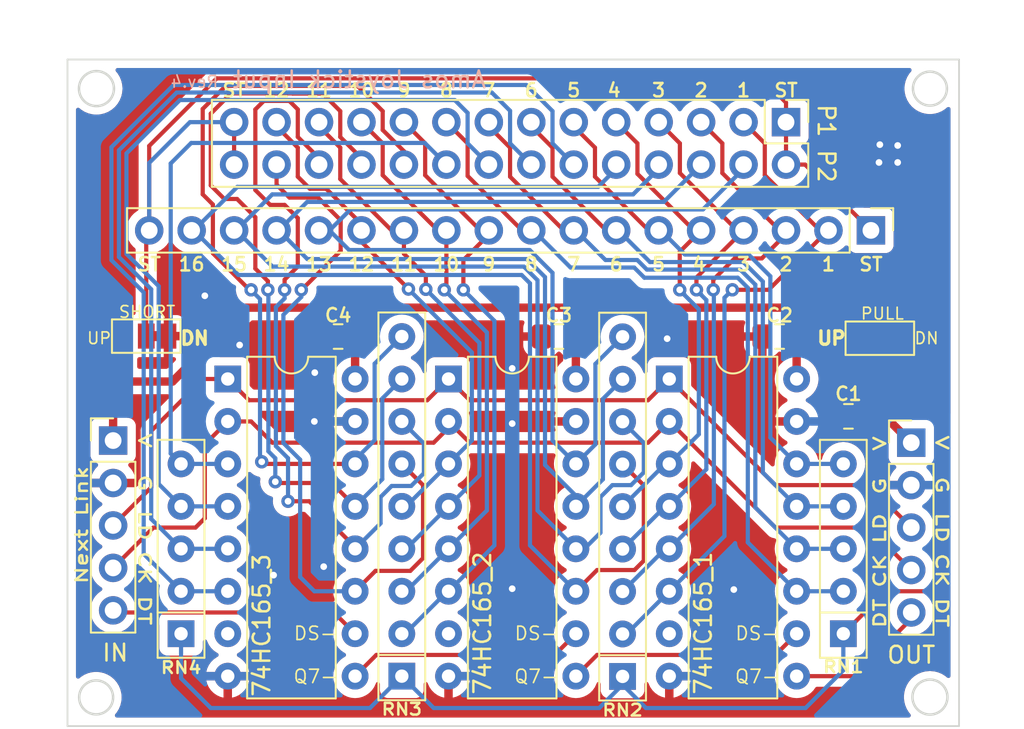
<source format=kicad_pcb>
(kicad_pcb (version 20211014) (generator pcbnew)
  (title_block (title "Joystick Input Board (2P)") (rev "4") (company "Amos Home"))
  (layers (0 "F.Cu" signal) (31 "B.Cu" signal) (34 "B.Paste" user) (35 "F.Paste" user) (36 "B.SilkS" user "B.Silkscreen") (37 "F.SilkS" user "F.Silkscreen") (38 "B.Mask" user) (39 "F.Mask" user) (44 "Edge.Cuts" user))
  (net 0 "")
  (net 1 "/PULL")
  (net 2 "VCC")
  (net 3 "GND")
  (net 4 "/D_IN")
  (net 5 "/D_OUT")
  (net 6 "/LOAD")
  (net 7 "/CLK")
  (net 8 "/C_P1_START")
  (net 9 "/C_P1_SELECT")
  (net 10 "/C_P1_A")
  (net 11 "/C_P1_B")
  (net 12 "/C_P1_UP")
  (net 13 "/C_P1_DOWN")
  (net 14 "/C_P1_LEFT")
  (net 15 "/C_P1_RIGHT")
  (net 16 "/C_P1_X")
  (net 17 "/C_P1_Y")
  (net 18 "/C_P1_L")
  (net 19 "/C_P1_R")
  (net 20 "/C_P2_START")
  (net 21 "/C_P2_SELECT")
  (net 22 "/C_P2_A")
  (net 23 "/C_P2_B")
  (net 24 "/C_P2_UP")
  (net 25 "/C_P2_DOWN")
  (net 26 "/C_P2_LEFT")
  (net 27 "/C_P2_RIGHT")
  (net 28 "/C_P2_X")
  (net 29 "/C_P2_Y")
  (net 30 "/C_P2_L")
  (net 31 "/C_P2_R")
  (net 32 "/C_SHORT")
  (net 33 "/D_OUT_2")
  (net 34 "/D_OUT_3")
  (footprint "Connector_PinHeader_2.54mm:PinHeader_2x14_P2.54mm_Vertical" (layer "F.Cu") (at 172.6946 88.3158 -90)
    (fp_text reference "J2" hide)
    (fp_text value "Conn_02x14_Odd_Even")
  )
  (footprint "Connector_PinHeader_2.54mm:PinHeader_1x05_P2.54mm_Vertical" (layer "F.Cu") (at 132.4356 107.3658)
    (fp_text reference "IN1" hide)
    (fp_text value "Conn_01x05_Male")
  )
  (footprint "Connector_PinHeader_2.54mm:PinHeader_1x18_P2.54mm_Vertical" (layer "F.Cu") (at 177.7746 94.7928 -90)
    (fp_text reference "J1" hide)
    (fp_text value "Conn_01x18")
  )
  (footprint "Package_DIP:DIP-16_W7.62mm" (layer "F.Cu") (at 165.7096 103.6828)
    (fp_text reference "74HC165_1")
    (fp_text value "74HC165")
  )
  (footprint "Package_DIP:DIP-16_W7.62mm" (layer "F.Cu") (at 152.5016 103.6828)
    (fp_text reference "74HC165_2")
    (fp_text value "74HC165")
  )
  (footprint "Capacitor_SMD:C_0805_2012Metric_Pad1.18x1.45mm_HandSolder" (layer "F.Cu") (at 159.1056 101.1428 180)
    (fp_text reference "C3")
    (fp_text value "100nF")
  )
  (footprint "Capacitor_SMD:C_0805_2012Metric_Pad1.18x1.45mm_HandSolder" (layer "F.Cu") (at 145.8976 101.1428 180)
    (fp_text reference "C4")
    (fp_text value "100nF")
  )
  (footprint "Resistor_THT:R_Array_SIP5" (layer "F.Cu") (at 176.1236 118.9228 90)
    (fp_text reference "RN1")
    (fp_text value "10K")
  )
  (footprint "Resistor_THT:R_Array_SIP5" (layer "F.Cu") (at 136.4996 118.9228 90)
    (fp_text reference "RN4")
    (fp_text value "10K")
  )
  (footprint "Resistor_THT:R_Array_SIP9" (layer "F.Cu") (at 162.9156 121.4778 90)
    (fp_text reference "RN2")
    (fp_text value "10K")
  )
  (footprint "Package_DIP:DIP-16_W7.62mm" (layer "F.Cu") (at 139.2936 103.6828)
    (fp_text reference "74HC165_3")
    (fp_text value "74HC165")
  )
  (footprint "Resistor_THT:R_Array_SIP9" (layer "F.Cu") (at 149.7076 121.4628 90)
    (fp_text reference "RN3")
    (fp_text value "10K")
  )
  (footprint "Capacitor_SMD:C_0805_2012Metric_Pad1.18x1.45mm_HandSolder" (layer "F.Cu") (at 172.3136 101.1428 180)
    (fp_text reference "C2")
    (fp_text value "100nF")
  )
  (footprint "Connector_PinHeader_2.54mm:PinHeader_1x05_P2.54mm_Vertical" (layer "F.Cu") (at 180.1876 107.4928)
    (fp_text reference "OUT1" hide)
    (fp_text value "Conn_01x05_Male")
  )
  (footprint "Jumper:SolderJumper-3_P1.3mm_Bridged12_Pad1.0x1.5mm_NumberLabels" (layer "F.Cu") (at 134.4168 101.1174 180)
    (fp_text reference "SHORT1" hide)
    (fp_text value "JUMPER")
  )
  (footprint "Jumper:SolderJumper-3_P1.3mm_Bridged12_Pad1.0x1.5mm_NumberLabels" (layer "F.Cu") (at 178.308 101.2444)
    (fp_text reference "PULL1" hide)
    (fp_text value "JUMPER")
  )
  (footprint "Capacitor_SMD:C_0805_2012Metric_Pad1.18x1.45mm_HandSolder" (layer "F.Cu") (at 176.4284 105.918 180)
    (fp_text reference "C1")
    (fp_text value "22nF")
  )
  (gr_circle (center 181.3052 86.3092) (end 182.3212 86.3092) (layer "Edge.Cuts") (width 0.15) (fill none))
  (gr_line (start 129.7051 84.5693) (end 183.0451 84.5693) (layer "Edge.Cuts") (width 0.1))
  (gr_circle (center 131.439131 86.3092) (end 132.4864 86.3092) (layer "Edge.Cuts") (width 0.15) (fill none))
  (gr_line (start 129.7051 124.4473) (end 129.7051 84.5693) (layer "Edge.Cuts") (width 0.1))
  (gr_line (start 183.0451 84.5693) (end 183.0451 124.4473) (layer "Edge.Cuts") (width 0.1))
  (gr_line (start 183.0451 124.4473) (end 129.7051 124.4473) (layer "Edge.Cuts") (width 0.1))
  (gr_circle (center 131.4196 122.7328) (end 132.4356 122.7328) (layer "Edge.Cuts") (width 0.15) (fill none))
  (gr_circle (center 181.3052 122.713269) (end 182.352469 122.713269) (layer "Edge.Cuts") (width 0.15) (fill none))
  (gr_text "Rev.4" (at 138.7856 85.9028) (layer "B.SilkS") (effects (font (size 0.7 0.7) (thickness 0.1)) (justify left mirror)))
  (gr_text "Amos Joystick Input" (at 147.1676 85.7758) (layer "B.SilkS") (effects (font (size 1 1)) (justify mirror)))
  (gr_text "DT" (at 134.3152 117.5258 270) (layer "F.SilkS") (effects (font (size 0.7 1))))
  (gr_text "ST" (at 134.5946 96.8248) (layer "F.SilkS") (effects (font (size 0.8 0.8))))
  (gr_text "DS-\n\nQ7-" (at 144.526 120.1928) (layer "F.SilkS") (effects (font (size 0.8 0.8) (thickness 0.1))))
  (gr_text "DS-\n\nQ7-" (at 170.942 120.1928) (layer "F.SilkS") (effects (font (size 0.8 0.8) (thickness 0.1))))
  (gr_text "16" (at 137.1346 96.8248) (layer "F.SilkS") (effects (font (size 0.8 0.8))))
  (gr_text "13" (at 144.7546 96.8248) (layer "F.SilkS") (effects (font (size 0.8 0.8))))
  (gr_text "10" (at 147.2946 86.4108) (layer "F.SilkS") (effects (font (size 0.8 0.8))))
  (gr_text "8" (at 152.3746 86.4108) (layer "F.SilkS") (effects (font (size 0.8 0.8))))
  (gr_text "6" (at 157.4546 86.4108) (layer "F.SilkS") (effects (font (size 0.8 0.8))))
  (gr_text "7" (at 154.9146 86.4108) (layer "F.SilkS") (effects (font (size 0.8 0.8))))
  (gr_text "9" (at 149.8346 86.4108) (layer "F.SilkS") (effects (font (size 0.8 0.8))))
  (gr_text "4" (at 162.4076 86.4108) (layer "F.SilkS") (effects (font (size 0.8 0.8))))
  (gr_text "2" (at 167.6146 86.4108) (layer "F.SilkS") (effects (font (size 0.8 0.8))))
  (gr_text "1" (at 170.1546 86.4108) (layer "F.SilkS") (effects (font (size 0.8 0.8))))
  (gr_text "5" (at 159.9946 86.4108) (layer "F.SilkS") (effects (font (size 0.8 0.8))))
  (gr_text "11" (at 144.7546 86.4108) (layer "F.SilkS") (effects (font (size 0.8 0.8))))
  (gr_text "12" (at 142.2146 86.4108) (layer "F.SilkS") (effects (font (size 0.8 0.8))))
  (gr_text "ST" (at 172.6946 86.4108) (layer "F.SilkS") (effects (font (size 0.8 0.8))))
  (gr_text "3" (at 165.0746 86.4108) (layer "F.SilkS") (effects (font (size 0.8 0.8))))
  (gr_text "ST" (at 139.6746 86.4108) (layer "F.SilkS") (effects (font (size 0.8 0.8))))
  (gr_text "7" (at 159.9946 96.8248) (layer "F.SilkS") (effects (font (size 0.8 0.8))))
  (gr_text "2" (at 172.6946 96.8248) (layer "F.SilkS") (effects (font (size 0.8 0.8))))
  (gr_text "1" (at 175.2346 96.8248) (layer "F.SilkS") (effects (font (size 0.8 0.8))))
  (gr_text "9" (at 154.9146 96.8248) (layer "F.SilkS") (effects (font (size 0.8 0.8))))
  (gr_text "11" (at 149.8346 96.8248) (layer "F.SilkS") (effects (font (size 0.8 0.8))))
  (gr_text "8" (at 157.4546 96.8248) (layer "F.SilkS") (effects (font (size 0.8 0.8))))
  (gr_text "10" (at 152.3746 96.8248) (layer "F.SilkS") (effects (font (size 0.8 0.8))))
  (gr_text "4" (at 167.4876 96.8248) (layer "F.SilkS") (effects (font (size 0.8 0.8))))
  (gr_text "12" (at 147.2946 96.8248) (layer "F.SilkS") (effects (font (size 0.8 0.8))))
  (gr_text "ST" (at 177.7746 96.8248) (layer "F.SilkS") (effects (font (size 0.8 0.8))))
  (gr_text "3" (at 170.1546 96.8248) (layer "F.SilkS") (effects (font (size 0.8 0.8))))
  (gr_text "5" (at 165.0746 96.8248) (layer "F.SilkS") (effects (font (size 0.8 0.8))))
  (gr_text "6" (at 162.5346 96.8248) (layer "F.SilkS") (effects (font (size 0.8 0.8))))
  (gr_text "LD" (at 182.0164 112.5728 270) (layer "F.SilkS") (effects (font (size 0.7 1))))
  (gr_text "G" (at 134.3152 109.9058 270) (layer "F.SilkS") (effects (font (size 0.7 1))))
  (gr_text "LD" (at 178.308 112.6236 90) (layer "F.SilkS") (effects (font (size 0.7 1))))
  (gr_text "LD" (at 134.3152 112.4458 270) (layer "F.SilkS") (effects (font (size 0.7 1))))
  (gr_text "OUT" (at 180.1876 120.1928) (layer "F.SilkS") (effects (font (size 1 1))))
  (gr_text "CK" (at 178.308 115.1636 90) (layer "F.SilkS") (effects (font (size 0.7 1))))
  (gr_text "CK" (at 134.3152 114.9858 270) (layer "F.SilkS") (effects (font (size 0.7 1))))
  (gr_text "SHORT" (at 134.4676 99.6696) (layer "F.SilkS") (effects (font (size 0.7 0.7) (thickness 0.1))))
  (gr_text "V" (at 178.308 107.5436 90) (layer "F.SilkS") (effects (font (size 0.7 1))))
  (gr_text "15" (at 139.6746 96.8248) (layer "F.SilkS") (effects (font (size 0.8 0.8))))
  (gr_text "V" (at 182.0164 107.4928 270) (layer "F.SilkS") (effects (font (size 0.7 1))))
  (gr_text "V" (at 134.3152 107.3658 270) (layer "F.SilkS") (effects (font (size 0.7 1))))
  (gr_text "Next Link" (at 130.556 112.4204 90) (layer "F.SilkS") (effects (font (size 0.7 1))))
  (gr_text "IN" (at 132.5626 120.0658) (layer "F.SilkS") (effects (font (size 1 1))))
  (gr_text "DT" (at 182.0164 117.6528 270) (layer "F.SilkS") (effects (font (size 0.7 1))))
  (gr_text "G" (at 178.308 110.0836 90) (layer "F.SilkS") (effects (font (size 0.7 1))))
  (gr_text "G" (at 182.0164 110.0328 270) (layer "F.SilkS") (effects (font (size 0.7 1))))
  (gr_text "DT" (at 178.308 117.7036 90) (layer "F.SilkS") (effects (font (size 0.7 1))))
  (gr_text "PULL" (at 178.4604 99.7712) (layer "F.SilkS") (effects (font (size 0.7 0.7) (thickness 0.1))))
  (gr_text "DS-\n\nQ7-" (at 157.734 120.1928) (layer "F.SilkS") (effects (font (size 0.8 0.8) (thickness 0.1))))
  (gr_text "CK" (at 182.0164 115.1128 270) (layer "F.SilkS") (effects (font (size 0.7 1))))
  (gr_text "14" (at 142.2146 96.8248) (layer "F.SilkS") (effects (font (size 0.8 0.8))))
  (gr_text "P1 P2" (at 175.1076 89.5858 -90) (layer "F.SilkS") (effects (font (size 1 1))))
  (segment (start 176.1236 118.9228) (end 178.6636 116.3828) (width 0.25) (layer "F.Cu") (net 1))
  (segment (start 181.9656 106.3752) (end 181.3052 105.7148) (width 0.25) (layer "F.Cu") (net 1))
  (segment (start 178.308 103.9876) (end 178.308 101.2444) (width 0.25) (layer "F.Cu") (net 1))
  (segment (start 181.0512 116.3828) (end 181.9656 115.4684) (width 0.25) (layer "F.Cu") (net 1))
  (segment (start 181.9656 115.4684) (end 181.9656 106.3752) (width 0.25) (layer "F.Cu") (net 1))
  (segment (start 178.6636 116.3828) (end 181.0512 116.3828) (width 0.25) (layer "F.Cu") (net 1))
  (segment (start 180.0352 105.7148) (end 178.308 103.9876) (width 0.25) (layer "F.Cu") (net 1))
  (segment (start 181.3052 105.7148) (end 180.0352 105.7148) (width 0.25) (layer "F.Cu") (net 1))
  (segment (start 136.4996 121.5898) (end 138.2776 123.3678) (width 0.25) (layer "B.Cu") (net 1))
  (segment (start 147.8026 123.3678) (end 149.7076 121.4628) (width 0.25) (layer "B.Cu") (net 1))
  (segment (start 173.863 123.3678) (end 176.1236 121.1072) (width 0.25) (layer "B.Cu") (net 1))
  (segment (start 136.4996 118.9228) (end 136.4996 121.5898) (width 0.25) (layer "B.Cu") (net 1))
  (segment (start 151.6126 123.3678) (end 161.5186 123.3678) (width 0.25) (layer "B.Cu") (net 1))
  (segment (start 149.7076 121.4628) (end 151.6126 123.3678) (width 0.25) (layer "B.Cu") (net 1))
  (segment (start 161.5186 123.3678) (end 162.9156 121.9708) (width 0.25) (layer "B.Cu") (net 1))
  (segment (start 176.1236 121.1072) (end 176.1236 118.9228) (width 0.25) (layer "B.Cu") (net 1))
  (segment (start 138.2776 123.3678) (end 147.8026 123.3678) (width 0.25) (layer "B.Cu") (net 1))
  (segment (start 164.3126 123.3678) (end 173.863 123.3678) (width 0.25) (layer "B.Cu") (net 1))
  (segment (start 162.9156 121.9708) (end 164.3126 123.3678) (width 0.25) (layer "B.Cu") (net 1))
  (segment (start 146.9136 101.1213) (end 146.9136 99.4156) (width 0.5) (layer "F.Cu") (net 2))
  (segment (start 146.9351 101.1428) (end 146.9136 101.1213) (width 0.5) (layer "F.Cu") (net 2))
  (segment (start 140.4112 99.4156) (end 135.9916 103.8352) (width 0.5) (layer "F.Cu") (net 2))
  (segment (start 173.3511 101.1428) (end 173.3511 99.5465) (width 0.5) (layer "F.Cu") (net 2))
  (segment (start 160.1431 101.1428) (end 160.1431 99.4156) (width 0.5) (layer "F.Cu") (net 2))
  (segment (start 133.0452 103.8352) (end 132.4356 104.4448) (width 0.5) (layer "F.Cu") (net 2))
  (segment (start 177.008 100.554) (end 175.8696 99.4156) (width 0.5) (layer "F.Cu") (net 2))
  (segment (start 177.008 105.4601) (end 177.008 101.2444) (width 0.5) (layer "F.Cu") (net 2))
  (segment (start 177.008 101.2444) (end 177.008 100.554) (width 0.5) (layer "F.Cu") (net 2))
  (segment (start 132.4356 104.4448) (end 133.1168 103.7636) (width 0.5) (layer "F.Cu") (net 2))
  (segment (start 135.9916 103.8352) (end 133.0452 103.8352) (width 0.5) (layer "F.Cu") (net 2))
  (segment (start 180.1876 107.4928) (end 178.6128 105.918) (width 0.5) (layer "F.Cu") (net 2))
  (segment (start 173.3296 101.1643) (end 173.3511 101.1428) (width 0.5) (layer "F.Cu") (net 2))
  (segment (start 132.4356 107.3658) (end 132.4356 104.4448) (width 0.5) (layer "F.Cu") (net 2))
  (segment (start 133.1168 103.7636) (end 133.1168 101.1174) (width 0.5) (layer "F.Cu") (net 2))
  (segment (start 146.9136 103.6828) (end 146.9136 101.1643) (width 0.5) (layer "F.Cu") (net 2))
  (segment (start 160.1216 101.1643) (end 160.1431 101.1428) (width 0.5) (layer "F.Cu") (net 2))
  (segment (start 173.3296 103.6828) (end 173.3296 101.1643) (width 0.5) (layer "F.Cu") (net 2))
  (segment (start 175.8696 99.4156) (end 140.4112 99.4156) (width 0.5) (layer "F.Cu") (net 2))
  (segment (start 178.6128 105.918) (end 177.4659 105.918) (width 0.5) (layer "F.Cu") (net 2))
  (segment (start 146.9136 101.1643) (end 146.9351 101.1428) (width 0.5) (layer "F.Cu") (net 2))
  (segment (start 177.4659 105.918) (end 177.008 105.4601) (width 0.5) (layer "F.Cu") (net 2))
  (segment (start 160.1216 103.6828) (end 160.1216 101.1643) (width 0.5) (layer "F.Cu") (net 2))
  (via (at 178.2572 90.7288) (size 0.8) (drill 0.4) (layers "F.Cu" "B.Cu") (net 3))
  (via (at 144.4752 106.2228) (size 0.8) (drill 0.4) (layers "F.Cu" "B.Cu") (net 3))
  (via (at 179.3748 90.7288) (size 0.8) (drill 0.4) (layers "F.Cu" "B.Cu") (net 3))
  (via (at 156.3116 116.2304) (size 0.8) (drill 0.4) (layers "F.Cu" "B.Cu") (net 3))
  (via (at 137.922 98.7044) (size 0.8) (drill 0.4) (layers "F.Cu" "B.Cu") (net 3))
  (via (at 156.3116 106.3498) (size 0.8) (drill 0.4) (layers "F.Cu" "B.Cu") (net 3))
  (via (at 156.3116 103.0478) (size 0.8) (drill 0.4) (layers "F.Cu" "B.Cu") (net 3))
  (via (at 140.0048 101.6508) (size 0.8) (drill 0.4) (layers "F.Cu" "B.Cu") (net 3))
  (via (at 165.5826 101.2698) (size 0.8) (drill 0.4) (layers "F.Cu" "B.Cu") (net 3))
  (via (at 144.5006 103.3018) (size 0.8) (drill 0.4) (layers "F.Cu" "B.Cu") (net 3))
  (via (at 178.308 89.662) (size 0.8) (drill 0.4) (layers "F.Cu" "B.Cu") (net 3))
  (via (at 179.3748 89.7128) (size 0.8) (drill 0.4) (layers "F.Cu" "B.Cu") (net 3))
  (via (at 145.034 114.9096) (size 0.8) (drill 0.4) (layers "F.Cu" "B.Cu") (net 3))
  (via (at 142.0368 115.4176) (size 0.8) (drill 0.4) (layers "F.Cu" "B.Cu") (net 3))
  (via (at 169.5704 116.2812) (size 0.8) (drill 0.4) (layers "F.Cu" "B.Cu") (net 3))
  (segment (start 132.4356 117.5258) (end 132.5626 117.6528) (width 0.25) (layer "F.Cu") (net 4))
  (segment (start 132.5626 117.6528) (end 145.6436 117.6528) (width 0.25) (layer "F.Cu") (net 4))
  (segment (start 145.6436 117.6528) (end 146.9136 118.9228) (width 0.25) (layer "F.Cu") (net 4))
  (segment (start 180.1876 118.0338) (end 180.1876 117.6528) (width 0.25) (layer "F.Cu") (net 5))
  (segment (start 173.3296 121.4628) (end 176.7586 121.4628) (width 0.25) (layer "F.Cu") (net 5))
  (segment (start 176.7586 121.4628) (end 180.1876 118.0338) (width 0.25) (layer "F.Cu") (net 5))
  (segment (start 177.6476 110.0328) (end 172.0596 110.0328) (width 0.25) (layer "F.Cu") (net 6))
  (segment (start 139.2936 103.6828) (end 137.8204 103.6828) (width 0.25) (layer "F.Cu") (net 6))
  (segment (start 151.2316 104.9528) (end 152.5016 103.6828) (width 0.25) (layer "F.Cu") (net 6))
  (segment (start 180.1876 112.5728) (end 177.6476 110.0328) (width 0.25) (layer "F.Cu") (net 6))
  (segment (start 164.4396 104.9528) (end 165.7096 103.6828) (width 0.25) (layer "F.Cu") (net 6))
  (segment (start 139.2936 103.6828) (end 140.5636 104.9528) (width 0.25) (layer "F.Cu") (net 6))
  (segment (start 152.5016 103.6828) (end 153.7716 104.9528) (width 0.25) (layer "F.Cu") (net 6))
  (segment (start 172.0596 110.0328) (end 165.7096 103.6828) (width 0.25) (layer "F.Cu") (net 6))
  (segment (start 140.5636 104.9528) (end 151.2316 104.9528) (width 0.25) (layer "F.Cu") (net 6))
  (segment (start 134.7216 110.1598) (end 132.4356 112.4458) (width 0.25) (layer "F.Cu") (net 6))
  (segment (start 134.7216 106.7816) (end 134.7216 110.1598) (width 0.25) (layer "F.Cu") (net 6))
  (segment (start 137.8204 103.6828) (end 134.7216 106.7816) (width 0.25) (layer "F.Cu") (net 6))
  (segment (start 153.7716 104.9528) (end 164.4396 104.9528) (width 0.25) (layer "F.Cu") (net 6))
  (segment (start 141.9606 107.4928) (end 151.6126 107.4928) (width 0.25) (layer "F.Cu") (net 7))
  (segment (start 140.6906 106.2228) (end 141.9606 107.4928) (width 0.25) (layer "F.Cu") (net 7))
  (segment (start 137.364878 112.5728) (end 137.922 112.015678) (width 0.25) (layer "F.Cu") (net 7))
  (segment (start 132.4356 114.9858) (end 134.8486 112.5728) (width 0.25) (layer "F.Cu") (net 7))
  (segment (start 172.0596 112.5728) (end 165.7096 106.2228) (width 0.25) (layer "F.Cu") (net 7))
  (segment (start 137.922 107.5944) (end 139.2936 106.2228) (width 0.25) (layer "F.Cu") (net 7))
  (segment (start 153.7716 107.4928) (end 152.5016 106.2228) (width 0.25) (layer "F.Cu") (net 7))
  (segment (start 137.922 112.015678) (end 137.922 107.5944) (width 0.25) (layer "F.Cu") (net 7))
  (segment (start 177.6476 112.5728) (end 172.0596 112.5728) (width 0.25) (layer "F.Cu") (net 7))
  (segment (start 139.2936 106.2228) (end 140.6906 106.2228) (width 0.25) (layer "F.Cu") (net 7))
  (segment (start 151.6126 107.4928) (end 152.5016 106.6038) (width 0.25) (layer "F.Cu") (net 7))
  (segment (start 134.8486 112.5728) (end 137.364878 112.5728) (width 0.25) (layer "F.Cu") (net 7))
  (segment (start 165.7096 106.2228) (end 164.4396 107.4928) (width 0.25) (layer "F.Cu") (net 7))
  (segment (start 152.5016 106.6038) (end 152.5016 106.2228) (width 0.25) (layer "F.Cu") (net 7))
  (segment (start 164.4396 107.4928) (end 153.7716 107.4928) (width 0.25) (layer "F.Cu") (net 7))
  (segment (start 180.1876 115.1128) (end 177.6476 112.5728) (width 0.25) (layer "F.Cu") (net 7))
  (segment (start 161.2646 89.8398) (end 159.9946 88.5698) (width 0.25) (layer "F.Cu") (net 8))
  (segment (start 165.2016 94.7928) (end 164.478598 94.7928) (width 0.25) (layer "F.Cu") (net 8))
  (segment (start 161.2646 91.578802) (end 161.2646 89.8398) (width 0.25) (layer "F.Cu") (net 8))
  (segment (start 164.478598 94.7928) (end 161.2646 91.578802) (width 0.25) (layer "F.Cu") (net 8))
  (segment (start 170.455567 96.236767) (end 166.645567 96.236767) (width 0.25) (layer "B.Cu") (net 8))
  (segment (start 166.645567 96.236767) (end 165.2016 94.7928) (width 0.25) (layer "B.Cu") (net 8))
  (segment (start 171.75716 107.19036) (end 171.75716 97.53836) (width 0.25) (layer "B.Cu") (net 8))
  (segment (start 173.3296 108.7628) (end 171.75716 107.19036) (width 0.25) (layer "B.Cu") (net 8))
  (segment (start 173.3296 108.7628) (end 176.1236 108.7628) (width 0.25) (layer "B.Cu") (net 8))
  (segment (start 171.75716 97.53836) (end 170.455567 96.236767) (width 0.25) (layer "B.Cu") (net 8))
  (segment (start 161.938598 94.7928) (end 158.7246 91.578802) (width 0.25) (layer "F.Cu") (net 9))
  (segment (start 158.7246 89.8398) (end 157.4546 88.5698) (width 0.25) (layer "F.Cu") (net 9))
  (segment (start 158.7246 91.578802) (end 158.7246 89.8398) (width 0.25) (layer "F.Cu") (net 9))
  (segment (start 162.6616 94.7928) (end 161.938598 94.7928) (width 0.25) (layer "F.Cu") (net 9))
  (segment (start 164.555578 96.686778) (end 170.142115 96.686778) (width 0.25) (layer "B.Cu") (net 9))
  (segment (start 170.142115 96.686778) (end 171.30764 97.852303) (width 0.25) (layer "B.Cu") (net 9))
  (segment (start 173.3296 111.3028) (end 176.1236 111.3028) (width 0.25) (layer "B.Cu") (net 9))
  (segment (start 171.30764 97.852303) (end 171.30764 109.28084) (width 0.25) (layer "B.Cu") (net 9))
  (segment (start 171.30764 109.28084) (end 173.3296 111.3028) (width 0.25) (layer "B.Cu") (net 9))
  (segment (start 162.6616 94.7928) (end 164.555578 96.686778) (width 0.25) (layer "B.Cu") (net 9))
  (segment (start 160.1216 94.7928) (end 159.398598 94.7928) (width 0.25) (layer "F.Cu") (net 10))
  (segment (start 159.398598 94.7928) (end 156.1846 91.578802) (width 0.25) (layer "F.Cu") (net 10))
  (segment (start 156.1846 91.578802) (end 156.1846 89.8398) (width 0.25) (layer "F.Cu") (net 10))
  (segment (start 156.1846 89.8398) (end 154.9146 88.5698) (width 0.25) (layer "F.Cu") (net 10))
  (segment (start 163.797678 96.565289) (end 164.369178 97.136789) (width 0.25) (layer "B.Cu") (net 10))
  (segment (start 173.3296 113.8428) (end 176.1236 113.8428) (width 0.25) (layer "B.Cu") (net 10))
  (segment (start 164.369178 97.136789) (end 169.955715 97.136789) (width 0.25) (layer "B.Cu") (net 10))
  (segment (start 161.894089 96.565289) (end 163.797678 96.565289) (width 0.25) (layer "B.Cu") (net 10))
  (segment (start 160.1216 94.7928) (end 161.894089 96.565289) (width 0.25) (layer "B.Cu") (net 10))
  (segment (start 169.955715 97.136789) (end 170.85812 98.039194) (width 0.25) (layer "B.Cu") (net 10))
  (segment (start 170.85812 111.37132) (end 173.3296 113.8428) (width 0.25) (layer "B.Cu") (net 10))
  (segment (start 170.85812 98.039194) (end 170.85812 111.37132) (width 0.25) (layer "B.Cu") (net 10))
  (segment (start 157.4546 94.7928) (end 156.902599 94.7928) (width 0.25) (layer "F.Cu") (net 11))
  (segment (start 153.6446 91.534801) (end 153.6446 89.5858) (width 0.25) (layer "F.Cu") (net 11))
  (segment (start 153.6446 89.5858) (end 152.3746 88.3158) (width 0.25) (layer "F.Cu") (net 11))
  (segment (start 156.902599 94.7928) (end 153.6446 91.534801) (width 0.25) (layer "F.Cu") (net 11))
  (segment (start 173.3296 116.3828) (end 176.1236 116.3828) (width 0.25) (layer "B.Cu") (net 11))
  (segment (start 170.4086 98.226085) (end 170.4086 113.4618) (width 0.25) (layer "B.Cu") (net 11))
  (segment (start 157.5816 94.7928) (end 159.8041 97.0153) (width 0.25) (layer "B.Cu") (net 11))
  (segment (start 159.8041 97.0153) (end 163.611278 97.0153) (width 0.25) (layer "B.Cu") (net 11))
  (segment (start 170.4086 113.4618) (end 173.3296 116.3828) (width 0.25) (layer "B.Cu") (net 11))
  (segment (start 163.611278 97.0153) (end 164.219776 97.623798) (width 0.25) (layer "B.Cu") (net 11))
  (segment (start 169.806313 97.623798) (end 170.4086 98.226085) (width 0.25) (layer "B.Cu") (net 11))
  (segment (start 164.219776 97.623798) (end 169.806313 97.623798) (width 0.25) (layer "B.Cu") (net 11))
  (segment (start 174.7266 94.7928) (end 171.4246 91.4908) (width 0.25) (layer "F.Cu") (net 12))
  (segment (start 171.4246 89.5858) (end 170.1546 88.3158) (width 0.25) (layer "F.Cu") (net 12))
  (segment (start 175.2092 94.7928) (end 175.2346 94.7928) (width 0.25) (layer "F.Cu") (net 12))
  (segment (start 169.482153 98.348298) (end 171.653702 98.348298) (width 0.25) (layer "F.Cu") (net 12))
  (segment (start 175.2346 94.7928) (end 174.7266 94.7928) (width 0.25) (layer "F.Cu") (net 12))
  (segment (start 171.4246 91.4908) (end 171.4246 89.5858) (width 0.25) (layer "F.Cu") (net 12))
  (segment (start 171.653702 98.348298) (end 175.2092 94.7928) (width 0.25) (layer "F.Cu") (net 12))
  (via (at 169.482153 98.348298) (size 0.8) (drill 0.4) (layers "F.Cu" "B.Cu") (net 12))
  (segment (start 163.1546 118.9378) (end 165.7096 116.3828) (width 0.25) (layer "B.Cu") (net 12))
  (segment (start 169.0116 98.818851) (end 169.0116 113.0808) (width 0.25) (layer "B.Cu") (net 12))
  (segment (start 169.0116 113.0808) (end 165.7096 116.3828) (width 0.25) (layer "B.Cu") (net 12))
  (segment (start 169.482153 98.348298) (end 169.0116 98.818851) (width 0.25) (layer "B.Cu") (net 12))
  (segment (start 162.9156 118.9378) (end 163.1546 118.9378) (width 0.25) (layer "B.Cu") (net 12))
  (segment (start 169.6212 96.4692) (end 171.2468 96.4692) (width 0.25) (layer "F.Cu") (net 13))
  (segment (start 168.8846 91.3638) (end 168.8846 89.5858) (width 0.25) (layer "F.Cu") (net 13))
  (segment (start 172.3136 94.7928) (end 168.8846 91.3638) (width 0.25) (layer "F.Cu") (net 13))
  (segment (start 168.341296 97.749104) (end 169.6212 96.4692) (width 0.25) (layer "F.Cu") (net 13))
  (segment (start 172.492719 94.7928) (end 172.229155 94.7928) (width 0.25) (layer "F.Cu") (net 13))
  (segment (start 168.341296 98.348298) (end 168.341296 97.749104) (width 0.25) (layer "F.Cu") (net 13))
  (segment (start 172.6946 94.7928) (end 172.3136 94.7928) (width 0.25) (layer "F.Cu") (net 13))
  (segment (start 172.6946 95.0214) (end 172.6946 94.7928) (width 0.25) (layer "F.Cu") (net 13))
  (segment (start 168.8846 89.5858) (end 167.6146 88.3158) (width 0.25) (layer "F.Cu") (net 13))
  (segment (start 172.229155 94.7928) (end 172.6946 94.7928) (width 0.25) (layer "F.Cu") (net 13))
  (segment (start 171.2468 96.4692) (end 172.6946 95.0214) (width 0.25) (layer "F.Cu") (net 13))
  (segment (start 172.492719 94.7928) (end 172.6946 94.7928) (width 0.25) (layer "F.Cu") (net 13))
  (via (at 168.341296 98.348298) (size 0.8) (drill 0.4) (layers "F.Cu" "B.Cu") (net 13))
  (segment (start 168.3766 111.1758) (end 165.7096 113.8428) (width 0.25) (layer "B.Cu") (net 13))
  (segment (start 165.4706 113.8428) (end 165.7096 113.8428) (width 0.25) (layer "B.Cu") (net 13))
  (segment (start 168.3766 98.383602) (end 168.3766 111.1758) (width 0.25) (layer "B.Cu") (net 13))
  (segment (start 168.341296 98.348298) (end 168.3766 98.383602) (width 0.25) (layer "B.Cu") (net 13))
  (segment (start 162.9156 116.3978) (end 165.4706 113.8428) (width 0.25) (layer "B.Cu") (net 13))
  (segment (start 169.7736 94.7928) (end 166.3446 91.3638) (width 0.25) (layer "F.Cu") (net 14))
  (segment (start 167.335911 98.348298) (end 167.335911 97.611489) (width 0.25) (layer "F.Cu") (net 14))
  (segment (start 166.3446 89.5858) (end 165.0746 88.3158) (width 0.25) (layer "F.Cu") (net 14))
  (segment (start 166.3446 91.3638) (end 166.3446 89.5858) (width 0.25) (layer "F.Cu") (net 14))
  (segment (start 170.1546 94.7928) (end 169.7736 94.7928) (width 0.25) (layer "F.Cu") (net 14))
  (segment (start 167.335911 97.611489) (end 170.1546 94.7928) (width 0.25) (layer "F.Cu") (net 14))
  (via (at 167.335911 98.348298) (size 0.8) (drill 0.4) (layers "F.Cu" "B.Cu") (net 14))
  (segment (start 167.616785 98.629172) (end 167.616785 98.648401) (width 0.25) (layer "B.Cu") (net 14))
  (segment (start 167.92708 98.958696) (end 167.92708 109.08532) (width 0.25) (layer "B.Cu") (net 14))
  (segment (start 167.92708 109.08532) (end 165.7096 111.3028) (width 0.25) (layer "B.Cu") (net 14))
  (segment (start 165.4706 111.3028) (end 165.7096 111.3028) (width 0.25) (layer "B.Cu") (net 14))
  (segment (start 167.335911 98.348298) (end 167.616785 98.629172) (width 0.25) (layer "B.Cu") (net 14))
  (segment (start 167.616785 98.648401) (end 167.92708 98.958696) (width 0.25) (layer "B.Cu") (net 14))
  (segment (start 162.9156 113.8578) (end 165.4706 111.3028) (width 0.25) (layer "B.Cu") (net 14))
  (segment (start 167.189599 94.7928) (end 167.6146 94.7928) (width 0.25) (layer "F.Cu") (net 15))
  (segment (start 163.8046 89.5858) (end 163.8046 91.407801) (width 0.25) (layer "F.Cu") (net 15))
  (segment (start 166.336408 96.070992) (end 167.6146 94.7928) (width 0.25) (layer "F.Cu") (net 15))
  (segment (start 166.336408 98.348298) (end 166.336408 96.070992) (width 0.25) (layer "F.Cu") (net 15))
  (segment (start 163.8046 91.407801) (end 167.189599 94.7928) (width 0.25) (layer "F.Cu") (net 15))
  (segment (start 162.5346 88.3158) (end 163.8046 89.5858) (width 0.25) (layer "F.Cu") (net 15))
  (via (at 166.336408 98.348298) (size 0.8) (drill 0.4) (layers "F.Cu" "B.Cu") (net 15))
  (segment (start 166.336408 98.348298) (end 166.6114 98.62329) (width 0.25) (layer "B.Cu") (net 15))
  (segment (start 167.47756 106.99484) (end 165.7096 108.7628) (width 0.25) (layer "B.Cu") (net 15))
  (segment (start 165.4706 108.7628) (end 165.7096 108.7628) (width 0.25) (layer "B.Cu") (net 15))
  (segment (start 162.9156 111.3178) (end 165.4706 108.7628) (width 0.25) (layer "B.Cu") (net 15))
  (segment (start 167.47756 99.514561) (end 167.47756 106.99484) (width 0.25) (layer "B.Cu") (net 15))
  (segment (start 166.6114 98.648401) (end 167.47756 99.514561) (width 0.25) (layer "B.Cu") (net 15))
  (segment (start 166.6114 98.62329) (end 166.6114 98.648401) (width 0.25) (layer "B.Cu") (net 15))
  (segment (start 154.4066 94.7928) (end 151.1046 91.4908) (width 0.25) (layer "F.Cu") (net 16))
  (segment (start 153.3906 98.3488) (end 153.3906 96.5708) (width 0.25) (layer "F.Cu") (net 16))
  (segment (start 153.3906 96.5708) (end 154.9146 95.0468) (width 0.25) (layer "F.Cu") (net 16))
  (segment (start 151.1046 89.5858) (end 149.8346 88.3158) (width 0.25) (layer "F.Cu") (net 16))
  (segment (start 154.9146 95.0468) (end 154.9146 94.7928) (width 0.25) (layer "F.Cu") (net 16))
  (segment (start 154.9146 94.7928) (end 154.4066 94.7928) (width 0.25) (layer "F.Cu") (net 16))
  (segment (start 151.1046 91.4908) (end 151.1046 89.5858) (width 0.25) (layer "F.Cu") (net 16))
  (via (at 153.3906 98.3488) (size 0.8) (drill 0.4) (layers "F.Cu" "B.Cu") (net 16))
  (segment (start 149.8981 118.9228) (end 152.4381 116.3828) (width 0.25) (layer "B.Cu") (net 16))
  (segment (start 152.4381 116.3828) (end 152.5016 116.3828) (width 0.25) (layer "B.Cu") (net 16))
  (segment (start 155.24716 113.63724) (end 152.5016 116.3828) (width 0.25) (layer "B.Cu") (net 16))
  (segment (start 149.7076 118.9228) (end 149.8981 118.9228) (width 0.25) (layer "B.Cu") (net 16))
  (segment (start 153.3906 98.3488) (end 155.24716 100.20536) (width 0.25) (layer "B.Cu") (net 16))
  (segment (start 155.24716 100.20536) (end 155.24716 113.63724) (width 0.25) (layer "B.Cu") (net 16))
  (segment (start 151.8666 94.7928) (end 148.5646 91.4908) (width 0.25) (layer "F.Cu") (net 17))
  (segment (start 148.5646 91.4908) (end 148.5646 89.5858) (width 0.25) (layer "F.Cu") (net 17))
  (segment (start 152.3746 98.22178) (end 152.2476 98.34878) (width 0.25) (layer "F.Cu") (net 17))
  (segment (start 148.5646 89.5858) (end 147.2946 88.3158) (width 0.25) (layer "F.Cu") (net 17))
  (segment (start 152.3746 94.7928) (end 152.3746 98.22178) (width 0.25) (layer "F.Cu") (net 17))
  (segment (start 152.3746 94.7928) (end 151.8666 94.7928) (width 0.25) (layer "F.Cu") (net 17))
  (via (at 152.2476 98.34878) (size 0.8) (drill 0.4) (layers "F.Cu" "B.Cu") (net 17))
  (segment (start 152.5016 113.8428) (end 149.9616 116.3828) (width 0.25) (layer "B.Cu") (net 17))
  (segment (start 154.79764 111.54676) (end 154.79764 100.89882) (width 0.25) (layer "B.Cu") (net 17))
  (segment (start 154.79764 100.89882) (end 152.2476 98.34878) (width 0.25) (layer "B.Cu") (net 17))
  (segment (start 149.9616 116.3828) (end 149.7076 116.3828) (width 0.25) (layer "B.Cu") (net 17))
  (segment (start 152.5016 113.8428) (end 154.79764 111.54676) (width 0.25) (layer "B.Cu") (net 17))
  (segment (start 151.146169 97.501369) (end 151.146169 98.317567) (width 0.25) (layer "F.Cu") (net 18))
  (segment (start 149.8346 96.1898) (end 151.146169 97.501369) (width 0.25) (layer "F.Cu") (net 18))
  (segment (start 149.8346 94.7928) (end 149.098 94.7928) (width 0.25) (layer "F.Cu") (net 18))
  (segment (start 146.0246 91.7194) (end 146.0246 89.8398) (width 0.25) (layer "F.Cu") (net 18))
  (segment (start 146.0246 89.8398) (end 144.7546 88.5698) (width 0.25) (layer "F.Cu") (net 18))
  (segment (start 149.8346 94.7928) (end 149.8346 96.1898) (width 0.25) (layer "F.Cu") (net 18))
  (segment (start 149.098 94.7928) (end 146.0246 91.7194) (width 0.25) (layer "F.Cu") (net 18))
  (via (at 151.146169 98.317567) (size 0.8) (drill 0.4) (layers "F.Cu" "B.Cu") (net 18))
  (segment (start 152.5016 111.3028) (end 154.34812 109.45628) (width 0.25) (layer "B.Cu") (net 18))
  (segment (start 154.34812 101.519518) (end 151.146169 98.317567) (width 0.25) (layer "B.Cu") (net 18))
  (segment (start 149.9616 113.8428) (end 149.7076 113.8428) (width 0.25) (layer "B.Cu") (net 18))
  (segment (start 154.34812 109.45628) (end 154.34812 101.519518) (width 0.25) (layer "B.Cu") (net 18))
  (segment (start 152.5016 111.3028) (end 149.9616 113.8428) (width 0.25) (layer "B.Cu") (net 18))
  (segment (start 143.4846 91.578802) (end 143.4846 89.8398) (width 0.25) (layer "F.Cu") (net 19))
  (segment (start 144.209398 92.3036) (end 143.4846 91.578802) (width 0.25) (layer "F.Cu") (net 19))
  (segment (start 147.2946 94.7928) (end 147.2946 94.4118) (width 0.25) (layer "F.Cu") (net 19))
  (segment (start 147.2946 94.7928) (end 147.2946 95.4786) (width 0.25) (layer "F.Cu") (net 19))
  (segment (start 143.4846 89.8398) (end 142.2146 88.5698) (width 0.25) (layer "F.Cu") (net 19))
  (segment (start 147.2946 94.4118) (end 145.1864 92.3036) (width 0.25) (layer "F.Cu") (net 19))
  (segment (start 147.2946 95.4786) (end 150.105666 98.289666) (width 0.25) (layer "F.Cu") (net 19))
  (segment (start 150.105666 98.289666) (end 150.105666 98.302383) (width 0.25) (layer "F.Cu") (net 19))
  (segment (start 145.1864 92.3036) (end 144.209398 92.3036) (width 0.25) (layer "F.Cu") (net 19))
  (via (at 150.105666 98.302383) (size 0.8) (drill 0.4) (layers "F.Cu" "B.Cu") (net 19))
  (segment (start 152.5016 108.7628) (end 153.8986 107.3658) (width 0.25) (layer "B.Cu") (net 19))
  (segment (start 153.8986 102.095316) (end 150.105666 98.302383) (width 0.25) (layer "B.Cu") (net 19))
  (segment (start 153.8986 107.3658) (end 153.8986 102.095316) (width 0.25) (layer "B.Cu") (net 19))
  (segment (start 149.9616 111.3028) (end 149.7076 111.3028) (width 0.25) (layer "B.Cu") (net 19))
  (segment (start 152.5016 108.7628) (end 149.9616 111.3028) (width 0.25) (layer "B.Cu") (net 19))
  (segment (start 157.1611 86.0933) (end 136.055098 86.0933) (width 0.25) (layer "B.Cu") (net 20))
  (segment (start 136.4996 116.3828) (end 139.2936 116.3828) (width 0.25) (layer "B.Cu") (net 20))
  (segment (start 158.7246 87.6568) (end 157.1611 86.0933) (width 0.25) (layer "B.Cu") (net 20))
  (segment (start 132.334 89.814398) (end 132.334 96.5708) (width 0.25) (layer "B.Cu") (net 20))
  (segment (start 136.055098 86.0933) (end 132.334 89.814398) (width 0.25) (layer "B.Cu") (net 20))
  (segment (start 159.9946 90.8558) (end 158.7246 89.5858) (width 0.25) (layer "B.Cu") (net 20))
  (segment (start 134.2644 98.5012) (end 134.2644 114.1476) (width 0.25) (layer "B.Cu") (net 20))
  (segment (start 132.334 96.5708) (end 134.2644 98.5012) (width 0.25) (layer "B.Cu") (net 20))
  (segment (start 158.7246 89.5858) (end 158.7246 87.6568) (width 0.25) (layer "B.Cu") (net 20))
  (segment (start 134.2644 114.1476) (end 136.4996 116.3828) (width 0.25) (layer "B.Cu") (net 20))
  (segment (start 134.71392 112.05712) (end 136.4996 113.8428) (width 0.25) (layer "B.Cu") (net 21))
  (segment (start 136.4996 113.8428) (end 139.2936 113.8428) (width 0.25) (layer "B.Cu") (net 21))
  (segment (start 155.091112 86.543311) (end 136.241498 86.543311) (width 0.25) (layer "B.Cu") (net 21))
  (segment (start 157.4546 90.8558) (end 156.1846 89.5858) (width 0.25) (layer "B.Cu") (net 21))
  (segment (start 134.71392 98.315003) (end 134.71392 112.05712) (width 0.25) (layer "B.Cu") (net 21))
  (segment (start 136.241498 86.543311) (end 132.78352 90.001289) (width 0.25) (layer "B.Cu") (net 21))
  (segment (start 156.1846 89.5858) (end 156.1846 87.636799) (width 0.25) (layer "B.Cu") (net 21))
  (segment (start 132.78352 90.001289) (end 132.78352 96.384602) (width 0.25) (layer "B.Cu") (net 21))
  (segment (start 132.78352 96.384602) (end 134.71392 98.315003) (width 0.25) (layer "B.Cu") (net 21))
  (segment (start 156.1846 87.636799) (end 155.091112 86.543311) (width 0.25) (layer "B.Cu") (net 21))
  (segment (start 135.16344 109.96664) (end 136.4996 111.3028) (width 0.25) (layer "B.Cu") (net 22))
  (segment (start 136.4996 111.3028) (end 139.2936 111.3028) (width 0.25) (layer "B.Cu") (net 22))
  (segment (start 154.9146 90.8558) (end 153.6446 89.5858) (width 0.25) (layer "B.Cu") (net 22))
  (segment (start 152.874123 86.993322) (end 136.427898 86.993322) (width 0.25) (layer "B.Cu") (net 22))
  (segment (start 136.427898 86.993322) (end 133.23304 90.18818) (width 0.25) (layer "B.Cu") (net 22))
  (segment (start 135.16344 98.128806) (end 135.16344 109.96664) (width 0.25) (layer "B.Cu") (net 22))
  (segment (start 133.23304 90.18818) (end 133.23304 96.198404) (width 0.25) (layer "B.Cu") (net 22))
  (segment (start 153.6446 89.5858) (end 153.6446 87.763799) (width 0.25) (layer "B.Cu") (net 22))
  (segment (start 133.23304 96.198404) (end 135.16344 98.128806) (width 0.25) (layer "B.Cu") (net 22))
  (segment (start 153.6446 87.763799) (end 152.874123 86.993322) (width 0.25) (layer "B.Cu") (net 22))
  (segment (start 137.1092 89.5604) (end 135.881133 90.788467) (width 0.25) (layer "B.Cu") (net 23))
  (segment (start 152.3746 90.8558) (end 151.0792 89.5604) (width 0.25) (layer "B.Cu") (net 23))
  (segment (start 136.4996 108.7628) (end 139.2936 108.7628) (width 0.25) (layer "B.Cu") (net 23))
  (segment (start 135.881133 90.788467) (end 135.881133 108.144333) (width 0.25) (layer "B.Cu") (net 23))
  (segment (start 135.881133 108.144333) (end 136.4996 108.7628) (width 0.25) (layer "B.Cu") (net 23))
  (segment (start 151.0792 89.5604) (end 137.1092 89.5604) (width 0.25) (layer "B.Cu") (net 23))
  (segment (start 161.29 102.7834) (end 162.9156 101.1578) (width 0.25) (layer "B.Cu") (net 24))
  (segment (start 167.725067 93.539333) (end 146.63431 93.539333) (width 0.25) (layer "B.Cu") (net 24))
  (segment (start 146.63431 93.539333) (end 145.380843 94.7928) (width 0.25) (layer "B.Cu") (net 24))
  (segment (start 160.1216 108.7628) (end 161.29 107.5944) (width 0.25) (layer "B.Cu") (net 24))
  (segment (start 161.29 107.5944) (end 161.29 102.7834) (width 0.25) (layer "B.Cu") (net 24))
  (segment (start 170.1546 91.1098) (end 167.725067 93.539333) (width 0.25) (layer "B.Cu") (net 24))
  (segment (start 157.359601 95.967801) (end 158.7246 97.3328) (width 0.25) (layer "B.Cu") (net 24))
  (segment (start 158.7246 107.3658) (end 160.1216 108.7628) (width 0.25) (layer "B.Cu") (net 24))
  (segment (start 158.7246 97.3328) (end 158.7246 107.3658) (width 0.25) (layer "B.Cu") (net 24))
  (segment (start 146.555844 95.967801) (end 157.359601 95.967801) (width 0.25) (layer "B.Cu") (net 24))
  (segment (start 145.380843 94.7928) (end 146.555844 95.967801) (width 0.25) (layer "B.Cu") (net 24))
  (segment (start 158.27508 97.585462) (end 157.196918 96.5073) (width 0.25) (layer "B.Cu") (net 25))
  (segment (start 160.1216 111.3028) (end 161.73952 109.68488) (width 0.25) (layer "B.Cu") (net 25))
  (segment (start 160.1216 111.3028) (end 160.1216 110.66921) (width 0.25) (layer "B.Cu") (net 25))
  (segment (start 161.73952 109.68488) (end 161.73952 104.87388) (width 0.25) (layer "B.Cu") (net 25))
  (segment (start 157.196918 96.5073) (end 144.0561 96.5073) (width 0.25) (layer "B.Cu") (net 25))
  (segment (start 160.1216 110.66921) (end 158.27508 108.82269) (width 0.25) (layer "B.Cu") (net 25))
  (segment (start 144.045078 93.089322) (end 165.381078 93.089322) (width 0.25) (layer "B.Cu") (net 25))
  (segment (start 158.27508 108.82269) (end 158.27508 97.585462) (width 0.25) (layer "B.Cu") (net 25))
  (segment (start 144.0561 96.5073) (end 142.3416 94.7928) (width 0.25) (layer "B.Cu") (net 25))
  (segment (start 161.73952 104.87388) (end 162.9156 103.6978) (width 0.25) (layer "B.Cu") (net 25))
  (segment (start 165.381078 93.089322) (end 167.6146 90.8558) (width 0.25) (layer "B.Cu") (net 25))
  (segment (start 142.3416 94.7928) (end 144.045078 93.089322) (width 0.25) (layer "B.Cu") (net 25))
  (segment (start 157.010517 96.957311) (end 141.966111 96.957311) (width 0.25) (layer "B.Cu") (net 26))
  (segment (start 161.5948 110.744) (end 161.5948 112.8776) (width 0.25) (layer "B.Cu") (net 26))
  (segment (start 157.82556 97.772354) (end 157.010517 96.957311) (width 0.25) (layer "B.Cu") (net 26))
  (segment (start 163.545089 92.639311) (end 165.0746 91.1098) (width 0.25) (layer "B.Cu") (net 26))
  (segment (start 160.6296 113.8428) (end 160.1216 113.8428) (width 0.25) (layer "B.Cu") (net 26))
  (segment (start 157.82556 111.54676) (end 157.82556 97.772354) (width 0.25) (layer "B.Cu") (net 26))
  (segment (start 160.1216 113.8428) (end 157.82556 111.54676) (width 0.25) (layer "B.Cu") (net 26))
  (segment (start 162.306 110.0328) (end 161.5948 110.744) (width 0.25) (layer "B.Cu") (net 26))
  (segment (start 141.955089 92.639311) (end 163.545089 92.639311) (width 0.25) (layer "B.Cu") (net 26))
  (segment (start 139.8016 94.7928) (end 141.955089 92.639311) (width 0.25) (layer "B.Cu") (net 26))
  (segment (start 163.4236 110.0328) (end 162.306 110.0328) (width 0.25) (layer "B.Cu") (net 26))
  (segment (start 164.1856 107.5078) (end 164.1856 109.2708) (width 0.25) (layer "B.Cu") (net 26))
  (segment (start 161.5948 112.8776) (end 160.6296 113.8428) (width 0.25) (layer "B.Cu") (net 26))
  (segment (start 141.966111 96.957311) (end 139.8016 94.7928) (width 0.25) (layer "B.Cu") (net 26))
  (segment (start 164.1856 109.2708) (end 163.4236 110.0328) (width 0.25) (layer "B.Cu") (net 26))
  (segment (start 162.9156 106.2378) (end 164.1856 107.5078) (width 0.25) (layer "B.Cu") (net 26))
  (segment (start 164.1856 114.554) (end 164.1856 110.0478) (width 0.25) (layer "F.Cu") (net 27))
  (segment (start 160.1216 116.3828) (end 161.3916 115.1128) (width 0.25) (layer "F.Cu") (net 27))
  (segment (start 164.1856 110.0478) (end 162.9156 108.7778) (width 0.25) (layer "F.Cu") (net 27))
  (segment (start 161.3916 115.1128) (end 163.6268 115.1128) (width 0.25) (layer "F.Cu") (net 27))
  (segment (start 163.6268 115.1128) (end 164.1856 114.554) (width 0.25) (layer "F.Cu") (net 27))
  (segment (start 156.876594 97.4598) (end 139.9286 97.4598) (width 0.25) (layer "B.Cu") (net 27))
  (segment (start 137.2616 94.7928) (end 139.8651 92.1893) (width 0.25) (layer "B.Cu") (net 27))
  (segment (start 139.8651 92.1893) (end 161.4551 92.1893) (width 0.25) (layer "B.Cu") (net 27))
  (segment (start 157.37604 113.63724) (end 157.37604 97.959246) (width 0.25) (layer "B.Cu") (net 27))
  (segment (start 160.1216 116.3828) (end 157.37604 113.63724) (width 0.25) (layer "B.Cu") (net 27))
  (segment (start 161.4551 92.1893) (end 162.5346 91.1098) (width 0.25) (layer "B.Cu") (net 27))
  (segment (start 157.37604 97.959246) (end 156.876594 97.4598) (width 0.25) (layer "B.Cu") (net 27))
  (segment (start 139.9286 97.4598) (end 137.2616 94.7928) (width 0.25) (layer "B.Cu") (net 27))
  (segment (start 141.3256 108.6358) (end 141.4526 108.7628) (width 0.25) (layer "F.Cu") (net 28))
  (segment (start 147.053578 86.145778) (end 148.5646 87.6568) (width 0.25) (layer "F.Cu") (net 28))
  (segment (start 137.796101 92.634901) (end 137.796101 87.525888) (width 0.25) (layer "F.Cu") (net 28))
  (segment (start 141.4526 108.7628) (end 146.9136 108.7628) (width 0.25) (layer "F.Cu") (net 28))
  (segment (start 138.4046 93.2434) (end 137.796101 92.634901) (width 0.25) (layer "F.Cu") (net 28))
  (segment (start 140.6906 98.3488) (end 140.593622 98.3488) (width 0.25) (layer "F.Cu") (net 28))
  (segment (start 137.796101 87.525888) (end 139.176211 86.145778) (width 0.25) (layer "F.Cu") (net 28))
  (segment (start 138.4046 96.159778) (end 138.4046 93.2434) (width 0.25) (layer "F.Cu") (net 28))
  (segment (start 149.8346 90.054802) (end 149.8346 90.8558) (width 0.25) (layer "F.Cu") (net 28))
  (segment (start 148.5646 88.784802) (end 149.8346 90.054802) (width 0.25) (layer "F.Cu") (net 28))
  (segment (start 139.176211 86.145778) (end 147.053578 86.145778) (width 0.25) (layer "F.Cu") (net 28))
  (segment (start 140.593622 98.3488) (end 138.4046 96.159778) (width 0.25) (layer "F.Cu") (net 28))
  (segment (start 148.5646 87.6568) (end 148.5646 88.784802) (width 0.25) (layer "F.Cu") (net 28))
  (via (at 141.3256 108.6358) (size 0.8) (drill 0.4) (layers "F.Cu" "B.Cu") (net 28))
  (via (at 140.6906 98.3488) (size 0.8) (drill 0.4) (layers "F.Cu" "B.Cu") (net 28))
  (segment (start 140.6906 98.367879) (end 140.6906 98.3488) (width 0.25) (layer "B.Cu") (net 28))
  (segment (start 148.082 102.7684) (end 148.082 107.3404) (width 0.25) (layer "B.Cu") (net 28))
  (segment (start 149.7076 101.1428) (end 148.082 102.7684) (width 0.25) (layer "B.Cu") (net 28))
  (segment (start 148.082 107.3404) (end 146.9136 108.5088) (width 0.25) (layer "B.Cu") (net 28))
  (segment (start 141.224 98.901279) (end 140.6906 98.367879) (width 0.25) (layer "B.Cu") (net 28))
  (segment (start 141.224 108.5342) (end 141.224 98.901279) (width 0.25) (layer "B.Cu") (net 28))
  (segment (start 146.9136 108.5088) (end 146.9136 108.7628) (width 0.25) (layer "B.Cu") (net 28))
  (segment (start 141.3256 108.6358) (end 141.224 108.5342) (width 0.25) (layer "B.Cu") (net 28))
  (segment (start 145.5166 109.9058) (end 146.9136 111.3028) (width 0.25) (layer "F.Cu") (net 29))
  (segment (start 146.0246 87.6568) (end 146.0246 89.20339) (width 0.25) (layer "F.Cu") (net 29))
  (segment (start 140.9446 97.0788) (end 140.9446 94.0054) (width 0.25) (layer "F.Cu") (net 29))
  (segment (start 142.1384 109.8296) (end 142.2146 109.9058) (width 0.25) (layer "F.Cu") (net 29))
  (segment (start 138.2776 92.1004) (end 138.2776 87.8078) (width 0.25) (layer "F.Cu") (net 29))
  (segment (start 141.694983 98.347648) (end 141.694983 97.829183) (width 0.25) (layer "F.Cu") (net 29))
  (segment (start 140.9446 94.0054) (end 139.8524 92.9132) (width 0.25) (layer "F.Cu") (net 29))
  (segment (start 139.8524 92.9132) (end 139.0904 92.9132) (width 0.25) (layer "F.Cu") (net 29))
  (segment (start 143.163 86.595789) (end 143.174022 86.606811) (width 0.25) (layer "F.Cu") (net 29))
  (segment (start 143.174022 86.606811) (end 144.974611 86.606811) (width 0.25) (layer "F.Cu") (net 29))
  (segment (start 138.2776 87.8078) (end 139.489611 86.595789) (width 0.25) (layer "F.Cu") (net 29))
  (segment (start 142.2146 109.9058) (end 145.5166 109.9058) (width 0.25) (layer "F.Cu") (net 29))
  (segment (start 141.694983 97.829183) (end 140.9446 97.0788) (width 0.25) (layer "F.Cu") (net 29))
  (segment (start 147.2946 90.47339) (end 147.2946 90.8558) (width 0.25) (layer "F.Cu") (net 29))
  (segment (start 139.0904 92.9132) (end 138.2776 92.1004) (width 0.25) (layer "F.Cu") (net 29))
  (segment (start 144.974611 86.606811) (end 146.0246 87.6568) (width 0.25) (layer "F.Cu") (net 29))
  (segment (start 146.0246 89.20339) (end 147.2946 90.47339) (width 0.25) (layer "F.Cu") (net 29))
  (segment (start 139.489611 86.595789) (end 143.163 86.595789) (width 0.25) (layer "F.Cu") (net 29))
  (via (at 142.1384 109.8296) (size 0.8) (drill 0.4) (layers "F.Cu" "B.Cu") (net 29))
  (via (at 141.694983 98.347648) (size 0.8) (drill 0.4) (layers "F.Cu" "B.Cu") (net 29))
  (segment (start 148.5392 104.8512) (end 148.5392 109.6772) (width 0.25) (layer "B.Cu") (net 29))
  (segment (start 141.72432 98.376985) (end 141.694983 98.347648) (width 0.25) (layer "B.Cu") (net 29))
  (segment (start 142.1384 109.8296) (end 142.1384 108.423986) (width 0.25) (layer "B.Cu") (net 29))
  (segment (start 141.72432 108.009906) (end 141.72432 98.376985) (width 0.25) (layer "B.Cu") (net 29))
  (segment (start 149.7076 103.6828) (end 148.5392 104.8512) (width 0.25) (layer "B.Cu") (net 29))
  (segment (start 148.5392 109.6772) (end 146.9136 111.3028) (width 0.25) (layer "B.Cu") (net 29))
  (segment (start 142.1384 108.423986) (end 141.72432 108.009906) (width 0.25) (layer "B.Cu") (net 29))
  (segment (start 143.4846 94.0562) (end 142.6972 93.2688) (width 0.25) (layer "F.Cu") (net 30))
  (segment (start 143.4846 89.20339) (end 144.7546 90.47339) (width 0.25) (layer "F.Cu") (net 30))
  (segment (start 142.694485 97.741915) (end 143.4846 96.9518) (width 0.25) (layer "F.Cu") (net 30))
  (segment (start 142.694485 98.348806) (end 142.694485 97.741915) (width 0.25) (layer "F.Cu") (net 30))
  (segment (start 141.8336 93.2688) (end 140.9446 92.3798) (width 0.25) (layer "F.Cu") (net 30))
  (segment (start 144.1704 110.998) (end 146.9136 113.7412) (width 0.25) (layer "F.Cu") (net 30))
  (segment (start 140.9446 92.3798) (end 140.9446 87.5538) (width 0.25) (layer "F.Cu") (net 30))
  (segment (start 144.7546 90.47339) (end 144.7546 90.8558) (width 0.25) (layer "F.Cu") (net 30))
  (segment (start 142.9766 87.0458) (end 143.4846 87.5538) (width 0.25) (layer "F.Cu") (net 30))
  (segment (start 143.4846 87.5538) (end 143.4846 89.20339) (width 0.25) (layer "F.Cu") (net 30))
  (segment (start 142.6972 93.2688) (end 141.8336 93.2688) (width 0.25) (layer "F.Cu") (net 30))
  (segment (start 141.4526 87.0458) (end 142.9766 87.0458) (width 0.25) (layer "F.Cu") (net 30))
  (segment (start 146.9136 113.7412) (end 146.9136 113.8428) (width 0.25) (layer "F.Cu") (net 30))
  (segment (start 140.9446 87.5538) (end 141.4526 87.0458) (width 0.25) (layer "F.Cu") (net 30))
  (segment (start 142.9004 110.998) (end 144.1704 110.998) (width 0.25) (layer "F.Cu") (net 30))
  (segment (start 143.4846 96.9518) (end 143.4846 94.0562) (width 0.25) (layer "F.Cu") (net 30))
  (via (at 142.9004 110.998) (size 0.8) (drill 0.4) (layers "F.Cu" "B.Cu") (net 30))
  (via (at 142.694485 98.348806) (size 0.8) (drill 0.4) (layers "F.Cu" "B.Cu") (net 30))
  (segment (start 142.694485 98.863508) (end 142.694485 98.348806) (width 0.25) (layer "B.Cu") (net 30))
  (segment (start 149.098 110.0836) (end 150.2664 110.0836) (width 0.25) (layer "B.Cu") (net 30))
  (segment (start 151.0284 109.3216) (end 151.0284 107.5436) (width 0.25) (layer "B.Cu") (net 30))
  (segment (start 142.17384 107.696707) (end 142.17384 99.384153) (width 0.25) (layer "B.Cu") (net 30))
  (segment (start 151.0284 107.5436) (end 149.7076 106.2228) (width 0.25) (layer "B.Cu") (net 30))
  (segment (start 142.9004 110.998) (end 142.9004 108.423267) (width 0.25) (layer "B.Cu") (net 30))
  (segment (start 148.4376 110.744) (end 149.098 110.0836) (width 0.25) (layer "B.Cu") (net 30))
  (segment (start 148.4376 112.3188) (end 148.4376 110.744) (width 0.25) (layer "B.Cu") (net 30))
  (segment (start 142.9004 108.423267) (end 142.17384 107.696707) (width 0.25) (layer "B.Cu") (net 30))
  (segment (start 146.9136 113.8428) (end 148.4376 112.3188) (width 0.25) (layer "B.Cu") (net 30))
  (segment (start 142.17384 99.384153) (end 142.694485 98.863508) (width 0.25) (layer "B.Cu") (net 30))
  (segment (start 150.2664 110.0836) (end 151.0284 109.3216) (width 0.25) (layer "B.Cu") (net 30))
  (segment (start 146.05 94.183918) (end 144.695892 92.82981) (width 0.25) (layer "F.Cu") (net 31))
  (segment (start 144.695892 92.82981) (end 142.986529 92.82981) (width 0.25) (layer "F.Cu") (net 31))
  (segment (start 150.9776 114.4016) (end 150.9776 110.0328) (width 0.25) (layer "F.Cu") (net 31))
  (segment (start 143.693987 98.3488) (end 143.7132 98.3488) (width 0.25) (layer "F.Cu") (net 31))
  (segment (start 150.2156 115.1636) (end 150.9776 114.4016) (width 0.25) (layer "F.Cu") (net 31))
  (segment (start 143.7132 98.3488) (end 146.05 96.012) (width 0.25) (layer "F.Cu") (net 31))
  (segment (start 150.9776 110.0328) (end 149.7076 108.7628) (width 0.25) (layer "F.Cu") (net 31))
  (segment (start 148.1328 115.1636) (end 150.2156 115.1636) (width 0.25) (layer "F.Cu") (net 31))
  (segment (start 142.986529 92.82981) (end 142.2146 92.057881) (width 0.25) (layer "F.Cu") (net 31))
  (segment (start 146.05 96.012) (end 146.05 94.183918) (width 0.25) (layer "F.Cu") (net 31))
  (segment (start 146.9136 116.3828) (end 148.1328 115.1636) (width 0.25) (layer "F.Cu") (net 31))
  (segment (start 142.2146 92.057881) (end 142.2146 90.8558) (width 0.25) (layer "F.Cu") (net 31))
  (via (at 143.693987 98.3488) (size 0.8) (drill 0.4) (layers "F.Cu" "B.Cu") (net 31))
  (segment (start 144.4752 116.3828) (end 146.9136 116.3828) (width 0.25) (layer "B.Cu") (net 31))
  (segment (start 143.693987 98.774413) (end 142.62336 99.84504) (width 0.25) (layer "B.Cu") (net 31))
  (segment (start 142.62336 99.84504) (end 142.62336 107.510509) (width 0.25) (layer "B.Cu") (net 31))
  (segment (start 143.693987 98.3488) (end 143.693987 98.774413) (width 0.25) (layer "B.Cu") (net 31))
  (segment (start 142.62336 107.510509) (end 143.624911 108.51206) (width 0.25) (layer "B.Cu") (net 31))
  (segment (start 143.624911 108.51206) (end 143.624911 115.532511) (width 0.25) (layer "B.Cu") (net 31))
  (segment (start 143.624911 115.532511) (end 144.4752 116.3828) (width 0.25) (layer "B.Cu") (net 31))
  (segment (start 172.6946 88.3158) (end 172.6946 90.8558) (width 0.25) (layer "F.Cu") (net 32))
  (segment (start 139.6746 88.5698) (end 139.6746 91.1098) (width 0.25) (layer "F.Cu") (net 32))
  (segment (start 134.5946 89.7382) (end 138.636542 85.696258) (width 0.25) (layer "F.Cu") (net 32))
  (segment (start 134.5946 94.7928) (end 134.5946 89.7382) (width 0.25) (layer "F.Cu") (net 32))
  (segment (start 134.4168 94.9706) (end 134.5946 94.7928) (width 0.25) (layer "F.Cu") (net 32))
  (segment (start 172.6946 87.1474) (end 172.6946 88.3158) (width 0.25) (layer "F.Cu") (net 32))
  (segment (start 173.8376 90.8558) (end 177.7746 94.7928) (width 0.25) (layer "F.Cu") (net 32))
  (segment (start 138.636542 85.696258) (end 171.243458 85.696258) (width 0.25) (layer "F.Cu") (net 32))
  (segment (start 172.6946 90.8558) (end 173.8376 90.8558) (width 0.25) (layer "F.Cu") (net 32))
  (segment (start 134.4168 101.1174) (end 134.4168 94.9706) (width 0.25) (layer "F.Cu") (net 32))
  (segment (start 171.243458 85.696258) (end 172.6946 87.1474) (width 0.25) (layer "F.Cu") (net 32))
  (segment (start 137.033 88.3158) (end 139.6746 88.3158) (width 0.25) (layer "B.Cu") (net 32))
  (segment (start 134.5946 90.7542) (end 137.033 88.3158) (width 0.25) (layer "B.Cu") (net 32))
  (segment (start 134.5946 94.7928) (end 134.5946 90.7542) (width 0.25) (layer "B.Cu") (net 32))
  (segment (start 161.3916 120.1928) (end 172.0596 120.1928) (width 0.25) (layer "F.Cu") (net 33))
  (segment (start 172.0596 120.1928) (end 173.3296 118.9228) (width 0.25) (layer "F.Cu") (net 33))
  (segment (start 160.1216 121.4628) (end 161.3916 120.1928) (width 0.25) (layer "F.Cu") (net 33))
  (segment (start 148.1836 120.1928) (end 158.8516 120.1928) (width 0.25) (layer "F.Cu") (net 34))
  (segment (start 146.9136 121.4628) (end 148.1836 120.1928) (width 0.25) (layer "F.Cu") (net 34))
  (segment (start 158.8516 120.1928) (end 160.1216 118.9228) (width 0.25) (layer "F.Cu") (net 34))
  (zone (net 3) (net_name "GND") (layer "F.Cu") (connect_pads (clearance 0.508)) (min_thickness 0.254) (fill yes (thermal_gap 0.508) (thermal_bridge_width 0.508))
    (polygon (pts (xy 182.7276 124.1552) (xy 130.048 124.1044) (xy 130.048 84.8868) (xy 182.7276 84.8868)))
  )
  (zone (net 3) (net_name "GND") (layer "B.Cu") (connect_pads (clearance 0.508)) (min_thickness 0.254) (fill yes (thermal_gap 0.508) (thermal_bridge_width 0.508))
    (polygon (pts (xy 182.7276 124.1552) (xy 130.048 124.1044) (xy 130.048 84.8868) (xy 182.7276 84.8868)))
  )
)
</source>
